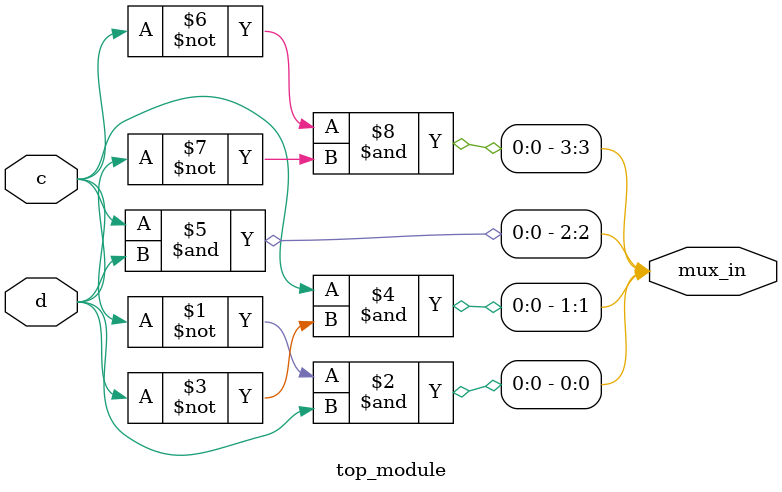
<source format=sv>
module top_module (
	input c,
	input d,
	output [3:0] mux_in
);

assign mux_in[0] = ~c & d;
assign mux_in[1] = c & ~d;
assign mux_in[2] = c & d;
assign mux_in[3] = ~c & ~d;

endmodule

</source>
